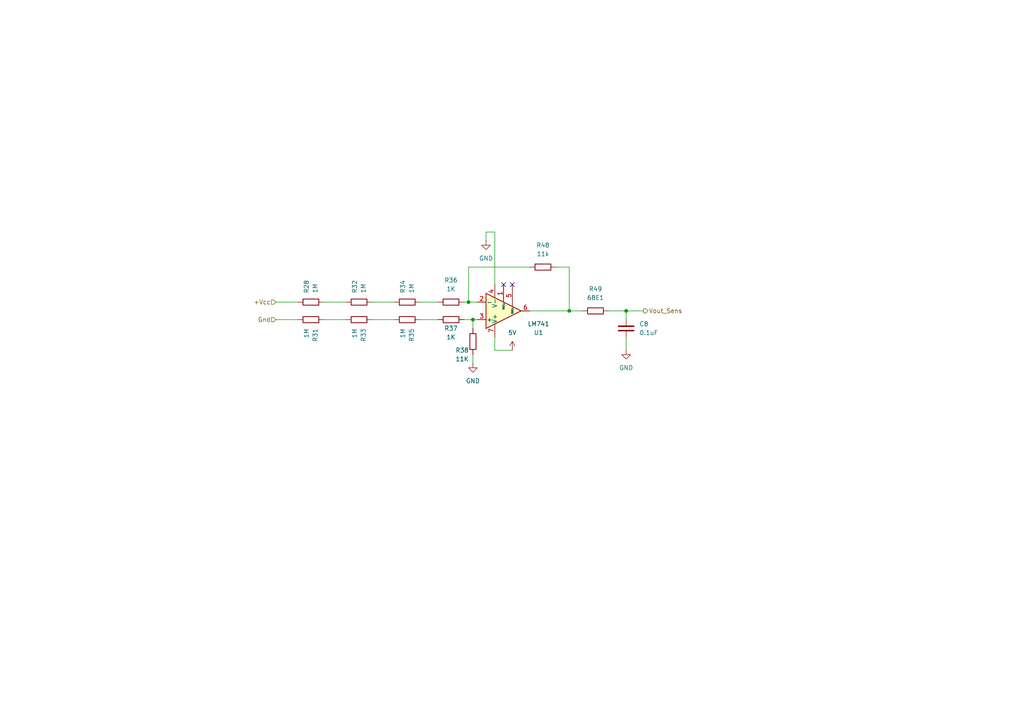
<source format=kicad_sch>
(kicad_sch (version 20231120) (generator "eeschema") (generator_version "8.0")
  (paper "A4")
  (lib_symbols
    (symbol "Amplifier_Operational:LM741" (pin_names (offset 0.127))
      (property "Reference" "U" (at 0 6.35 0))
      (property "Value" "LM741" (at 0 3.81 0))
      (symbol "LM741_0_1"
        (polyline (pts (xy -5.08 5.08) (xy 5.08 0) (xy -5.08 -5.08) (xy -5.08 5.08)) (stroke (width 0.254)) (fill (type background)))
      )
      (symbol "LM741_1_1"
        (pin input line (at 0 -7.62 90) (length 5.08) (name "NULL") (number "1"))
        (pin input line (at -7.62 -2.54 0) (length 2.54) (name "-") (number "2"))
        (pin input line (at -7.62 2.54 0) (length 2.54) (name "+") (number "3"))
        (pin power_in line (at -2.54 -7.62 90) (length 3.81) (name "V-") (number "4"))
        (pin input line (at 2.54 -7.62 90) (length 6.35) (name "NULL") (number "5"))
        (pin output line (at 7.62 0 180) (length 2.54) (name "~") (number "6"))
        (pin power_in line (at -2.54 7.62 270) (length 3.81) (name "V+") (number "7"))
        (pin no_connect line (at 0 2.54 270) (length 2.54) hide (name "NC") (number "8"))
      )
    )
    (symbol "PCM_SL_Devices:Capacitor_NP"
      (property "Reference" "C" (at 0 6.35 0))
      (property "Value" "Capacitor_NP" (at 0 3.81 0))
      (symbol "Capacitor_NP_0_1"
        (rectangle (start -0.762 2.286) (end -0.508 -2.286) (fill (type outline)))
        (rectangle (start 0.508 2.286) (end 0.762 -2.286) (fill (type outline)))
      )
      (symbol "Capacitor_NP_1_1"
        (pin passive line (at -2.54 0 0) (length 2) (name "~") (number "1"))
        (pin input line (at 2.54 0 180) (length 2) (name "~") (number "2"))
      )
    )
    (symbol "PCM_SL_Resistors:Resistor"
      (property "Reference" "R" (at 0 5.08 0))
      (property "Value" "Resistor" (at 0 2.54 0))
      (symbol "Resistor_0_1"
        (rectangle (start -2.286 0.889) (end 2.286 -0.889) (stroke (width 0.24)))
      )
      (symbol "Resistor_1_1"
        (pin passive line (at -3.81 0 0) (length 1.5) (name "") (number "1"))
        (pin passive line (at 3.81 0 180) (length 1.5) (name "~") (number "2"))
      )
    )
    (symbol "power:GND" (power) (pin_numbers hide) (pin_names (offset 0) hide)
      (property "Value" "GND" (at 0 -3.81 0))
      (symbol "GND_0_1"
        (polyline (pts (xy 0 0) (xy 0 -1.27) (xy 1.27 -1.27) (xy 0 -2.54) (xy -1.27 -1.27) (xy 0 -1.27)))
      )
      (symbol "GND_1_1"
        (pin power_in line (at 0 0 270) (length 0) (name "~") (number "1"))
      )
    )
    (symbol "power:VCC" (power) (pin_numbers hide) (pin_names (offset 0) hide)
      (property "Value" "VCC" (at 0 3.556 0))
      (symbol "VCC_0_1"
        (polyline (pts (xy -0.762 1.27) (xy 0 2.54)))
        (polyline (pts (xy 0 0) (xy 0 2.54)))
        (polyline (pts (xy 0 2.54) (xy 0.762 1.27)))
      )
      (symbol "VCC_1_1"
        (pin power_in line (at 0 0 90) (length 0) (name "~") (number "1"))
      )
    )
  )
  (junction (at 137.16 92.71))
  (junction (at 135.89 87.63))
  (junction (at 165.1 90.17))
  (junction (at 181.61 90.17))
  (no_connect (at 146.05 82.55))
  (no_connect (at 148.59 82.55))
  (wire (pts (xy 138.43 92.71) (xy 137.16 92.71)))
  (wire (pts (xy 153.67 77.47) (xy 135.89 77.47)))
  (wire (pts (xy 161.29 77.47) (xy 165.1 77.47)))
  (wire (pts (xy 140.97 67.31) (xy 140.97 69.85)))
  (wire (pts (xy 143.51 82.55) (xy 143.51 67.31)))
  (wire (pts (xy 143.51 101.6) (xy 148.59 101.6)))
  (wire (pts (xy 153.67 90.17) (xy 165.1 90.17)))
  (wire (pts (xy 107.95 87.63) (xy 114.3 87.63)))
  (wire (pts (xy 93.98 87.63) (xy 100.33 87.63)))
  (wire (pts (xy 181.61 90.17) (xy 186.69 90.17)))
  (wire (pts (xy 176.53 90.17) (xy 181.61 90.17)))
  (wire (pts (xy 121.92 87.63) (xy 127 87.63)))
  (wire (pts (xy 107.95 92.71) (xy 114.3 92.71)))
  (wire (pts (xy 143.51 97.79) (xy 143.51 101.6)))
  (wire (pts (xy 134.62 92.71) (xy 137.16 92.71)))
  (wire (pts (xy 181.61 90.17) (xy 181.61 92.71)))
  (wire (pts (xy 143.51 67.31) (xy 140.97 67.31)))
  (wire (pts (xy 134.62 87.63) (xy 135.89 87.63)))
  (wire (pts (xy 80.01 92.71) (xy 86.36 92.71)))
  (wire (pts (xy 165.1 90.17) (xy 168.91 90.17)))
  (wire (pts (xy 135.89 77.47) (xy 135.89 87.63)))
  (wire (pts (xy 137.16 92.71) (xy 137.16 95.25)))
  (wire (pts (xy 181.61 97.79) (xy 181.61 101.6)))
  (wire (pts (xy 165.1 77.47) (xy 165.1 90.17)))
  (wire (pts (xy 137.16 102.87) (xy 137.16 105.41)))
  (wire (pts (xy 80.01 87.63) (xy 86.36 87.63)))
  (wire (pts (xy 121.92 92.71) (xy 127 92.71)))
  (wire (pts (xy 138.43 87.63) (xy 135.89 87.63)))
  (wire (pts (xy 100.33 92.71) (xy 93.98 92.71)))
  (hierarchical_label "Vout_Sens" (shape output) (at 186.69 90.17 0))
  (hierarchical_label "+Vcc" (shape input) (at 80.01 87.63 180))
  (hierarchical_label "Gnd" (shape input) (at 80.01 92.71 180))
  (symbol (lib_id "PCM_SL_Devices:Capacitor_NP") (at 181.61 95.25 90) (unit 1)
    (property "Reference" "C8" (at 185.42 93.9799 90) (effects (justify right)))
    (property "Value" "0.1uF" (at 185.42 96.5199 90) (effects (justify right)))
    (property "Footprint" "Capacitor_THT:C_Disc_D3.0mm_W2.0mm_P2.50mm" (effects (hide yes)))
    (property "Description" "Unpolarized Capacitor" (effects (hide yes)))
  )
  (symbol (lib_id "PCM_SL_Resistors:Resistor") (at 118.11 92.71 0) (unit 1)
    (property "Reference" "R35" (at 119.3801 95.25 90) (effects (justify right)))
    (property "Value" "1M" (at 116.8401 95.25 90) (effects (justify right)))
    (property "Footprint" "Resistor_SMD:R_0805_2012Metric_Pad1.20x1.40mm_HandSolder" (effects (hide yes)))
    (property "Description" "1/4W Resistor" (effects (hide yes)))
  )
  (symbol (lib_id "PCM_SL_Resistors:Resistor") (at 90.17 92.71 0) (unit 1)
    (property "Reference" "R31" (at 91.4401 95.25 90) (effects (justify right)))
    (property "Value" "1M" (at 88.9001 95.25 90) (effects (justify right)))
    (property "Footprint" "Resistor_THT:R_Axial_DIN0207_L6.3mm_D2.5mm_P10.16mm_Horizontal" (effects (hide yes)))
    (property "Description" "1/4W Resistor" (effects (hide yes)))
  )
  (symbol (lib_id "power:GND") (at 181.61 101.6 0) (unit 1)
    (property "Reference" "#PWR06" (effects (hide yes)))
    (property "Value" "GND" (at 181.61 106.68 0))
    (property "Description" "Power symbol creates a global label with name \"GND\" , ground" (effects (hide yes)))
  )
  (symbol (lib_id "PCM_SL_Resistors:Resistor") (at 130.81 87.63 180) (unit 1)
    (property "Reference" "R36" (at 130.81 81.28 0))
    (property "Value" "1K" (at 130.81 83.82 0))
    (property "Footprint" "Resistor_THT:R_Axial_DIN0207_L6.3mm_D2.5mm_P10.16mm_Horizontal" (effects (hide yes)))
    (property "Description" "1/4W Resistor" (effects (hide yes)))
  )
  (symbol (lib_id "PCM_SL_Resistors:Resistor") (at 104.14 92.71 0) (unit 1)
    (property "Reference" "R33" (at 105.4101 95.25 90) (effects (justify right)))
    (property "Value" "1M" (at 102.8701 95.25 90) (effects (justify right)))
    (property "Footprint" "Resistor_SMD:R_0805_2012Metric_Pad1.20x1.40mm_HandSolder" (effects (hide yes)))
    (property "Description" "1/4W Resistor" (effects (hide yes)))
  )
  (symbol (lib_id "PCM_SL_Resistors:Resistor") (at 118.11 87.63 180) (unit 1)
    (property "Reference" "R34" (at 116.8399 85.09 90) (effects (justify right)))
    (property "Value" "1M" (at 119.3799 85.09 90) (effects (justify right)))
    (property "Footprint" "Resistor_SMD:R_0805_2012Metric_Pad1.20x1.40mm_HandSolder" (effects (hide yes)))
    (property "Description" "1/4W Resistor" (effects (hide yes)))
  )
  (symbol (lib_id "power:GND") (at 137.16 105.41 0) (unit 1)
    (property "Reference" "#PWR05" (effects (hide yes)))
    (property "Value" "GND" (at 137.16 110.49 0))
    (property "Description" "Power symbol creates a global label with name \"GND\" , ground" (effects (hide yes)))
  )
  (symbol (lib_id "power:VCC") (at 148.59 101.6 0) (unit 1)
    (property "Reference" "#PWR011" (effects (hide yes)))
    (property "Value" "5V" (at 148.59 96.52 0))
    (property "Description" "Power symbol creates a global label with name \"VCC\"" (effects (hide yes)))
  )
  (symbol (lib_id "power:GND") (at 140.97 69.85 0) (unit 1)
    (property "Reference" "#PWR08" (effects (hide yes)))
    (property "Value" "GND" (at 140.97 74.93 0))
    (property "Description" "Power symbol creates a global label with name \"GND\" , ground" (effects (hide yes)))
  )
  (symbol (lib_id "PCM_SL_Resistors:Resistor") (at 137.16 99.06 270) (unit 1)
    (property "Reference" "R38" (at 132.08 101.6 90) (effects (justify left)))
    (property "Value" "11K" (at 132.08 104.14 90) (effects (justify left)))
    (property "Footprint" "Resistor_SMD:R_0805_2012Metric_Pad1.20x1.40mm_HandSolder" (effects (hide yes)))
    (property "Description" "1/4W Resistor" (effects (hide yes)))
  )
  (symbol (lib_id "PCM_SL_Resistors:Resistor") (at 130.81 92.71 0) (unit 1)
    (property "Reference" "R37" (at 130.81 95.25 0))
    (property "Value" "1K" (at 130.81 97.79 0))
    (property "Footprint" "Resistor_SMD:R_0805_2012Metric_Pad1.20x1.40mm_HandSolder" (effects (hide yes)))
    (property "Description" "1/4W Resistor" (effects (hide yes)))
  )
  (symbol (lib_id "PCM_SL_Resistors:Resistor") (at 157.48 77.47 180) (unit 1)
    (property "Reference" "R48" (at 157.48 71.12 0))
    (property "Value" "11k" (at 157.48 73.66 0))
    (property "Footprint" "Resistor_SMD:R_0805_2012Metric_Pad1.20x1.40mm_HandSolder" (effects (hide yes)))
    (property "Description" "1/4W Resistor" (effects (hide yes)))
  )
  (symbol (lib_id "PCM_SL_Resistors:Resistor") (at 172.72 90.17 180) (unit 1)
    (property "Reference" "R49" (at 172.72 83.82 0))
    (property "Value" "68E1" (at 172.72 86.36 0))
    (property "Footprint" "Resistor_THT:R_Axial_DIN0207_L6.3mm_D2.5mm_P10.16mm_Horizontal" (effects (hide yes)))
    (property "Description" "1/4W Resistor" (effects (hide yes)))
  )
  (symbol (lib_id "PCM_SL_Resistors:Resistor") (at 104.14 87.63 180) (unit 1)
    (property "Reference" "R32" (at 102.8699 85.09 90) (effects (justify right)))
    (property "Value" "1M" (at 105.4099 85.09 90) (effects (justify right)))
    (property "Footprint" "Resistor_SMD:R_0805_2012Metric_Pad1.20x1.40mm_HandSolder" (effects (hide yes)))
    (property "Description" "1/4W Resistor" (effects (hide yes)))
  )
  (symbol (lib_id "Amplifier_Operational:LM741") (at 146.05 90.17 0) (mirror x) (unit 1)
    (property "Reference" "U1" (at 156.21 96.4886 0))
    (property "Value" "LM741" (at 156.21 93.9486 0))
    (property "Footprint" "PCM_Package_DIP_AKL:DIP-8_W7.62mm" (effects (hide yes)))
    (property "Datasheet" "http://www.ti.com/lit/ds/symlink/lm741.pdf" (effects (hide yes)))
    (property "Description" "Operational Amplifier, DIP-8/TO-99-8" (effects (hide yes)))
  )
  (symbol (lib_id "PCM_SL_Resistors:Resistor") (at 90.17 87.63 180) (unit 1)
    (property "Reference" "R28" (at 88.8999 85.09 90) (effects (justify right)))
    (property "Value" "1M" (at 91.4399 85.09 90) (effects (justify right)))
    (property "Footprint" "Resistor_SMD:R_0805_2012Metric_Pad1.20x1.40mm_HandSolder" (effects (hide yes)))
    (property "Description" "1/4W Resistor" (effects (hide yes)))
  )
)
</source>
